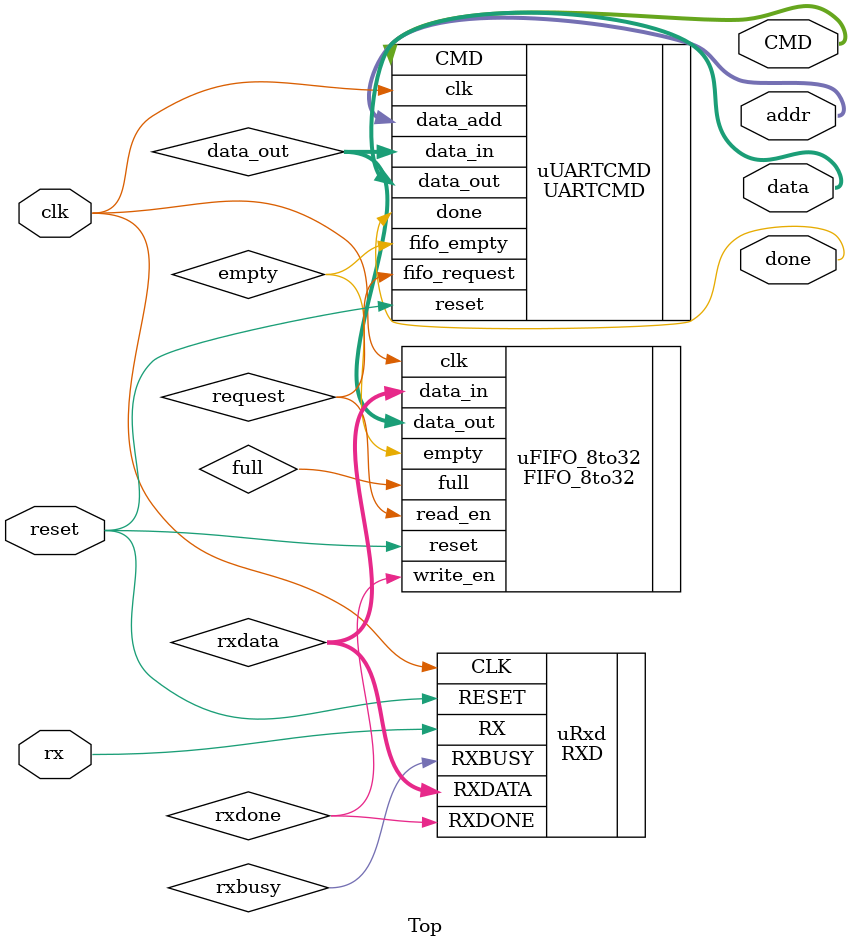
<source format=v>

module Top (
    input wire          clk, 
    input wire          reset,
    // Serial Recieve
    input wire          rx,

    output wire [31:0] CMD,
    output wire [31:0] addr,
    output wire [31:0] data,
    output wire        done
);

parameter 
    SCYCLE = 50_000_000,
    BAUDRATE = 9600;

wire [7:0] rxdata;
wire       rxdone;
RXD #(
    .SCYCLE     (SCYCLE    ),
    .BAUDRATE   (BAUDRATE  )
) uRxd (
    .CLK        (clk       ),
    .RESET      (reset     ),
    .RX         (rx        ),
    .RXDATA     (rxdata    ),
    .RXBUSY     (rxbusy    ),
    .RXDONE     (rxdone    )
);

wire request;
wire [31:0] data_out;
FIFO_8to32 #(
    .SIZE(4)
) uFIFO_8to32 (
    .clk        (clk      ), 
    .reset      (reset    ), 
    .data_in    (rxdata   ), 
    .write_en   (rxdone   ), 
    .read_en    (request  ), 
    .data_out   (data_out ), 
    .full       (full     ), 
    .empty      (empty    )
);

UARTCMD uUARTCMD (
    .clk            (clk      ),
    .reset          (reset    ),

    .fifo_empty     (empty    ),
    .fifo_request   (request  ),
    .data_in        (data_out ),
    .CMD            (CMD),
    .data_add       (addr),
    .data_out       (data),
    .done           (done)
);

endmodule
</source>
